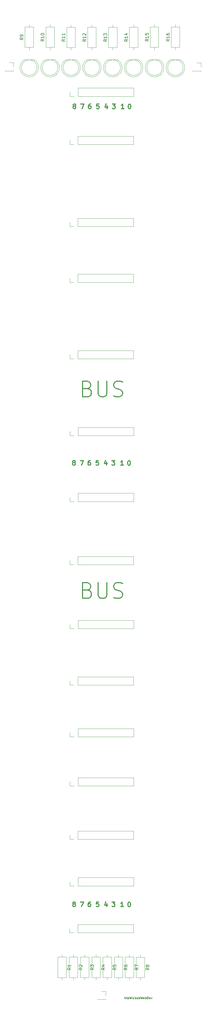
<source format=gbr>
%TF.GenerationSoftware,KiCad,Pcbnew,(5.1.9-0-10_14)*%
%TF.CreationDate,2021-04-22T00:26:26-04:00*%
%TF.ProjectId,bus-board,6275732d-626f-4617-9264-2e6b69636164,rev?*%
%TF.SameCoordinates,Original*%
%TF.FileFunction,Legend,Top*%
%TF.FilePolarity,Positive*%
%FSLAX46Y46*%
G04 Gerber Fmt 4.6, Leading zero omitted, Abs format (unit mm)*
G04 Created by KiCad (PCBNEW (5.1.9-0-10_14)) date 2021-04-22 00:26:26*
%MOMM*%
%LPD*%
G01*
G04 APERTURE LIST*
%ADD10C,0.175000*%
%ADD11C,0.300000*%
%ADD12C,0.120000*%
%ADD13C,0.150000*%
G04 APERTURE END LIST*
D10*
X128798400Y-170842800D02*
X129065066Y-170842800D01*
X128898400Y-170609466D02*
X128898400Y-171209466D01*
X128931733Y-171276133D01*
X128998400Y-171309466D01*
X129065066Y-171309466D01*
X129298400Y-171309466D02*
X129298400Y-170609466D01*
X129598400Y-171309466D02*
X129598400Y-170942800D01*
X129565066Y-170876133D01*
X129498400Y-170842800D01*
X129398400Y-170842800D01*
X129331733Y-170876133D01*
X129298400Y-170909466D01*
X130198400Y-171276133D02*
X130131733Y-171309466D01*
X129998400Y-171309466D01*
X129931733Y-171276133D01*
X129898400Y-171209466D01*
X129898400Y-170942800D01*
X129931733Y-170876133D01*
X129998400Y-170842800D01*
X130131733Y-170842800D01*
X130198400Y-170876133D01*
X130231733Y-170942800D01*
X130231733Y-171009466D01*
X129898400Y-171076133D01*
X130465066Y-170609466D02*
X130631733Y-171309466D01*
X130765066Y-170809466D01*
X130898400Y-171309466D01*
X131065066Y-170609466D01*
X131331733Y-171309466D02*
X131331733Y-170842800D01*
X131331733Y-170609466D02*
X131298400Y-170642800D01*
X131331733Y-170676133D01*
X131365066Y-170642800D01*
X131331733Y-170609466D01*
X131331733Y-170676133D01*
X131965066Y-171276133D02*
X131898400Y-171309466D01*
X131765066Y-171309466D01*
X131698400Y-171276133D01*
X131665066Y-171242800D01*
X131631733Y-171176133D01*
X131631733Y-170976133D01*
X131665066Y-170909466D01*
X131698400Y-170876133D01*
X131765066Y-170842800D01*
X131898400Y-170842800D01*
X131965066Y-170876133D01*
X132265066Y-171309466D02*
X132265066Y-170609466D01*
X132331733Y-171042800D02*
X132531733Y-171309466D01*
X132531733Y-170842800D02*
X132265066Y-171109466D01*
X133098400Y-171276133D02*
X133031733Y-171309466D01*
X132898400Y-171309466D01*
X132831733Y-171276133D01*
X132798400Y-171209466D01*
X132798400Y-170942800D01*
X132831733Y-170876133D01*
X132898400Y-170842800D01*
X133031733Y-170842800D01*
X133098400Y-170876133D01*
X133131733Y-170942800D01*
X133131733Y-171009466D01*
X132798400Y-171076133D01*
X133731733Y-171309466D02*
X133731733Y-170609466D01*
X133731733Y-171276133D02*
X133665066Y-171309466D01*
X133531733Y-171309466D01*
X133465066Y-171276133D01*
X133431733Y-171242800D01*
X133398400Y-171176133D01*
X133398400Y-170976133D01*
X133431733Y-170909466D01*
X133465066Y-170876133D01*
X133531733Y-170842800D01*
X133665066Y-170842800D01*
X133731733Y-170876133D01*
X133998400Y-170609466D02*
X134165066Y-171309466D01*
X134298400Y-170809466D01*
X134431733Y-171309466D01*
X134598400Y-170609466D01*
X135131733Y-171276133D02*
X135065066Y-171309466D01*
X134931733Y-171309466D01*
X134865066Y-171276133D01*
X134831733Y-171209466D01*
X134831733Y-170942800D01*
X134865066Y-170876133D01*
X134931733Y-170842800D01*
X135065066Y-170842800D01*
X135131733Y-170876133D01*
X135165066Y-170942800D01*
X135165066Y-171009466D01*
X134831733Y-171076133D01*
X135465066Y-171309466D02*
X135465066Y-170609466D01*
X135465066Y-170876133D02*
X135531733Y-170842800D01*
X135665066Y-170842800D01*
X135731733Y-170876133D01*
X135765066Y-170909466D01*
X135798400Y-170976133D01*
X135798400Y-171176133D01*
X135765066Y-171242800D01*
X135731733Y-171276133D01*
X135665066Y-171309466D01*
X135531733Y-171309466D01*
X135465066Y-171276133D01*
X136098400Y-171309466D02*
X136098400Y-170609466D01*
X136265066Y-170609466D01*
X136365066Y-170642800D01*
X136431733Y-170709466D01*
X136465066Y-170776133D01*
X136498400Y-170909466D01*
X136498400Y-171009466D01*
X136465066Y-171142800D01*
X136431733Y-171209466D01*
X136365066Y-171276133D01*
X136265066Y-171309466D01*
X136098400Y-171309466D01*
X137065066Y-171276133D02*
X136998400Y-171309466D01*
X136865066Y-171309466D01*
X136798400Y-171276133D01*
X136765066Y-171209466D01*
X136765066Y-170942800D01*
X136798400Y-170876133D01*
X136865066Y-170842800D01*
X136998400Y-170842800D01*
X137065066Y-170876133D01*
X137098400Y-170942800D01*
X137098400Y-171009466D01*
X136765066Y-171076133D01*
X137331733Y-170842800D02*
X137498400Y-171309466D01*
X137665066Y-170842800D01*
D11*
X124722000Y1380228D02*
X125650571Y1380228D01*
X125150571Y808800D01*
X125364857Y808800D01*
X125507714Y737371D01*
X125579142Y665942D01*
X125650571Y523085D01*
X125650571Y165942D01*
X125579142Y23085D01*
X125507714Y-48342D01*
X125364857Y-119771D01*
X124936285Y-119771D01*
X124793428Y-48342D01*
X124722000Y23085D01*
X120448342Y1380228D02*
X119734057Y1380228D01*
X119662628Y665942D01*
X119734057Y737371D01*
X119876914Y808800D01*
X120234057Y808800D01*
X120376914Y737371D01*
X120448342Y665942D01*
X120519771Y523085D01*
X120519771Y165942D01*
X120448342Y23085D01*
X120376914Y-48342D01*
X120234057Y-119771D01*
X119876914Y-119771D01*
X119734057Y-48342D01*
X119662628Y23085D01*
X130179771Y1329428D02*
X130322628Y1329428D01*
X130465485Y1258000D01*
X130536914Y1186571D01*
X130608342Y1043714D01*
X130679771Y758000D01*
X130679771Y400857D01*
X130608342Y115142D01*
X130536914Y-27714D01*
X130465485Y-99142D01*
X130322628Y-170571D01*
X130179771Y-170571D01*
X130036914Y-99142D01*
X129965485Y-27714D01*
X129894057Y115142D01*
X129822628Y400857D01*
X129822628Y758000D01*
X129894057Y1043714D01*
X129965485Y1186571D01*
X130036914Y1258000D01*
X130179771Y1329428D01*
X112429942Y737371D02*
X112287085Y808800D01*
X112215657Y880228D01*
X112144228Y1023085D01*
X112144228Y1094514D01*
X112215657Y1237371D01*
X112287085Y1308800D01*
X112429942Y1380228D01*
X112715657Y1380228D01*
X112858514Y1308800D01*
X112929942Y1237371D01*
X113001371Y1094514D01*
X113001371Y1023085D01*
X112929942Y880228D01*
X112858514Y808800D01*
X112715657Y737371D01*
X112429942Y737371D01*
X112287085Y665942D01*
X112215657Y594514D01*
X112144228Y451657D01*
X112144228Y165942D01*
X112215657Y23085D01*
X112287085Y-48342D01*
X112429942Y-119771D01*
X112715657Y-119771D01*
X112858514Y-48342D01*
X112929942Y23085D01*
X113001371Y165942D01*
X113001371Y451657D01*
X112929942Y594514D01*
X112858514Y665942D01*
X112715657Y737371D01*
X114612800Y1380228D02*
X115612800Y1380228D01*
X114969942Y-119771D01*
X117786114Y1380228D02*
X117500400Y1380228D01*
X117357542Y1308800D01*
X117286114Y1237371D01*
X117143257Y1023085D01*
X117071828Y737371D01*
X117071828Y165942D01*
X117143257Y23085D01*
X117214685Y-48342D01*
X117357542Y-119771D01*
X117643257Y-119771D01*
X117786114Y-48342D01*
X117857542Y23085D01*
X117928971Y165942D01*
X117928971Y523085D01*
X117857542Y665942D01*
X117786114Y737371D01*
X117643257Y808800D01*
X117357542Y808800D01*
X117214685Y737371D01*
X117143257Y665942D01*
X117071828Y523085D01*
X123069314Y880228D02*
X123069314Y-119771D01*
X122712171Y1451657D02*
X122355028Y380228D01*
X123283600Y380228D01*
X128444571Y-119771D02*
X127587428Y-119771D01*
X128016000Y-119771D02*
X128016000Y1380228D01*
X127873142Y1165942D01*
X127730285Y1023085D01*
X127587428Y951657D01*
X117938514Y115731028D02*
X117652800Y115731028D01*
X117509942Y115659600D01*
X117438514Y115588171D01*
X117295657Y115373885D01*
X117224228Y115088171D01*
X117224228Y114516742D01*
X117295657Y114373885D01*
X117367085Y114302457D01*
X117509942Y114231028D01*
X117795657Y114231028D01*
X117938514Y114302457D01*
X118009942Y114373885D01*
X118081371Y114516742D01*
X118081371Y114873885D01*
X118009942Y115016742D01*
X117938514Y115088171D01*
X117795657Y115159600D01*
X117509942Y115159600D01*
X117367085Y115088171D01*
X117295657Y115016742D01*
X117224228Y114873885D01*
X123221714Y115231028D02*
X123221714Y114231028D01*
X122864571Y115802457D02*
X122507428Y114731028D01*
X123436000Y114731028D01*
X128596971Y114231028D02*
X127739828Y114231028D01*
X128168400Y114231028D02*
X128168400Y115731028D01*
X128025542Y115516742D01*
X127882685Y115373885D01*
X127739828Y115302457D01*
X114765200Y115731028D02*
X115765200Y115731028D01*
X115122342Y114231028D01*
X112582342Y115088171D02*
X112439485Y115159600D01*
X112368057Y115231028D01*
X112296628Y115373885D01*
X112296628Y115445314D01*
X112368057Y115588171D01*
X112439485Y115659600D01*
X112582342Y115731028D01*
X112868057Y115731028D01*
X113010914Y115659600D01*
X113082342Y115588171D01*
X113153771Y115445314D01*
X113153771Y115373885D01*
X113082342Y115231028D01*
X113010914Y115159600D01*
X112868057Y115088171D01*
X112582342Y115088171D01*
X112439485Y115016742D01*
X112368057Y114945314D01*
X112296628Y114802457D01*
X112296628Y114516742D01*
X112368057Y114373885D01*
X112439485Y114302457D01*
X112582342Y114231028D01*
X112868057Y114231028D01*
X113010914Y114302457D01*
X113082342Y114373885D01*
X113153771Y114516742D01*
X113153771Y114802457D01*
X113082342Y114945314D01*
X113010914Y115016742D01*
X112868057Y115088171D01*
X124874400Y115731028D02*
X125802971Y115731028D01*
X125302971Y115159600D01*
X125517257Y115159600D01*
X125660114Y115088171D01*
X125731542Y115016742D01*
X125802971Y114873885D01*
X125802971Y114516742D01*
X125731542Y114373885D01*
X125660114Y114302457D01*
X125517257Y114231028D01*
X125088685Y114231028D01*
X124945828Y114302457D01*
X124874400Y114373885D01*
X130332171Y115680228D02*
X130475028Y115680228D01*
X130617885Y115608800D01*
X130689314Y115537371D01*
X130760742Y115394514D01*
X130832171Y115108800D01*
X130832171Y114751657D01*
X130760742Y114465942D01*
X130689314Y114323085D01*
X130617885Y114251657D01*
X130475028Y114180228D01*
X130332171Y114180228D01*
X130189314Y114251657D01*
X130117885Y114323085D01*
X130046457Y114465942D01*
X129975028Y114751657D01*
X129975028Y115108800D01*
X130046457Y115394514D01*
X130117885Y115537371D01*
X130189314Y115608800D01*
X130332171Y115680228D01*
X120600742Y115731028D02*
X119886457Y115731028D01*
X119815028Y115016742D01*
X119886457Y115088171D01*
X120029314Y115159600D01*
X120386457Y115159600D01*
X120529314Y115088171D01*
X120600742Y115016742D01*
X120672171Y114873885D01*
X120672171Y114516742D01*
X120600742Y114373885D01*
X120529314Y114302457D01*
X120386457Y114231028D01*
X120029314Y114231028D01*
X119886457Y114302457D01*
X119815028Y114373885D01*
X112480742Y-140842228D02*
X112337885Y-140770800D01*
X112266457Y-140699371D01*
X112195028Y-140556514D01*
X112195028Y-140485085D01*
X112266457Y-140342228D01*
X112337885Y-140270800D01*
X112480742Y-140199371D01*
X112766457Y-140199371D01*
X112909314Y-140270800D01*
X112980742Y-140342228D01*
X113052171Y-140485085D01*
X113052171Y-140556514D01*
X112980742Y-140699371D01*
X112909314Y-140770800D01*
X112766457Y-140842228D01*
X112480742Y-140842228D01*
X112337885Y-140913657D01*
X112266457Y-140985085D01*
X112195028Y-141127942D01*
X112195028Y-141413657D01*
X112266457Y-141556514D01*
X112337885Y-141627942D01*
X112480742Y-141699371D01*
X112766457Y-141699371D01*
X112909314Y-141627942D01*
X112980742Y-141556514D01*
X113052171Y-141413657D01*
X113052171Y-141127942D01*
X112980742Y-140985085D01*
X112909314Y-140913657D01*
X112766457Y-140842228D01*
X114663600Y-140199371D02*
X115663600Y-140199371D01*
X115020742Y-141699371D01*
X117836914Y-140199371D02*
X117551200Y-140199371D01*
X117408342Y-140270800D01*
X117336914Y-140342228D01*
X117194057Y-140556514D01*
X117122628Y-140842228D01*
X117122628Y-141413657D01*
X117194057Y-141556514D01*
X117265485Y-141627942D01*
X117408342Y-141699371D01*
X117694057Y-141699371D01*
X117836914Y-141627942D01*
X117908342Y-141556514D01*
X117979771Y-141413657D01*
X117979771Y-141056514D01*
X117908342Y-140913657D01*
X117836914Y-140842228D01*
X117694057Y-140770800D01*
X117408342Y-140770800D01*
X117265485Y-140842228D01*
X117194057Y-140913657D01*
X117122628Y-141056514D01*
X120499142Y-140199371D02*
X119784857Y-140199371D01*
X119713428Y-140913657D01*
X119784857Y-140842228D01*
X119927714Y-140770800D01*
X120284857Y-140770800D01*
X120427714Y-140842228D01*
X120499142Y-140913657D01*
X120570571Y-141056514D01*
X120570571Y-141413657D01*
X120499142Y-141556514D01*
X120427714Y-141627942D01*
X120284857Y-141699371D01*
X119927714Y-141699371D01*
X119784857Y-141627942D01*
X119713428Y-141556514D01*
X123120114Y-140699371D02*
X123120114Y-141699371D01*
X122762971Y-140127942D02*
X122405828Y-141199371D01*
X123334400Y-141199371D01*
X124772800Y-140199371D02*
X125701371Y-140199371D01*
X125201371Y-140770800D01*
X125415657Y-140770800D01*
X125558514Y-140842228D01*
X125629942Y-140913657D01*
X125701371Y-141056514D01*
X125701371Y-141413657D01*
X125629942Y-141556514D01*
X125558514Y-141627942D01*
X125415657Y-141699371D01*
X124987085Y-141699371D01*
X124844228Y-141627942D01*
X124772800Y-141556514D01*
X128495371Y-141699371D02*
X127638228Y-141699371D01*
X128066800Y-141699371D02*
X128066800Y-140199371D01*
X127923942Y-140413657D01*
X127781085Y-140556514D01*
X127638228Y-140627942D01*
X130230571Y-140250171D02*
X130373428Y-140250171D01*
X130516285Y-140321600D01*
X130587714Y-140393028D01*
X130659142Y-140535885D01*
X130730571Y-140821600D01*
X130730571Y-141178742D01*
X130659142Y-141464457D01*
X130587714Y-141607314D01*
X130516285Y-141678742D01*
X130373428Y-141750171D01*
X130230571Y-141750171D01*
X130087714Y-141678742D01*
X130016285Y-141607314D01*
X129944857Y-141464457D01*
X129873428Y-141178742D01*
X129873428Y-140821600D01*
X129944857Y-140535885D01*
X130016285Y-140393028D01*
X130087714Y-140321600D01*
X130230571Y-140250171D01*
X116972342Y-40181257D02*
X117686628Y-40419352D01*
X117924723Y-40657447D01*
X118162819Y-41133638D01*
X118162819Y-41847923D01*
X117924723Y-42324114D01*
X117686628Y-42562209D01*
X117210438Y-42800304D01*
X115305676Y-42800304D01*
X115305676Y-37800304D01*
X116972342Y-37800304D01*
X117448533Y-38038400D01*
X117686628Y-38276495D01*
X117924723Y-38752685D01*
X117924723Y-39228876D01*
X117686628Y-39705066D01*
X117448533Y-39943161D01*
X116972342Y-40181257D01*
X115305676Y-40181257D01*
X120305676Y-37800304D02*
X120305676Y-41847923D01*
X120543771Y-42324114D01*
X120781866Y-42562209D01*
X121258057Y-42800304D01*
X122210438Y-42800304D01*
X122686628Y-42562209D01*
X122924723Y-42324114D01*
X123162819Y-41847923D01*
X123162819Y-37800304D01*
X125305676Y-42562209D02*
X126019961Y-42800304D01*
X127210438Y-42800304D01*
X127686628Y-42562209D01*
X127924723Y-42324114D01*
X128162819Y-41847923D01*
X128162819Y-41371733D01*
X127924723Y-40895542D01*
X127686628Y-40657447D01*
X127210438Y-40419352D01*
X126258057Y-40181257D01*
X125781866Y-39943161D01*
X125543771Y-39705066D01*
X125305676Y-39228876D01*
X125305676Y-38752685D01*
X125543771Y-38276495D01*
X125781866Y-38038400D01*
X126258057Y-37800304D01*
X127448533Y-37800304D01*
X128162819Y-38038400D01*
X116972342Y24436342D02*
X117686628Y24198247D01*
X117924723Y23960152D01*
X118162819Y23483961D01*
X118162819Y22769676D01*
X117924723Y22293485D01*
X117686628Y22055390D01*
X117210438Y21817295D01*
X115305676Y21817295D01*
X115305676Y26817295D01*
X116972342Y26817295D01*
X117448533Y26579200D01*
X117686628Y26341104D01*
X117924723Y25864914D01*
X117924723Y25388723D01*
X117686628Y24912533D01*
X117448533Y24674438D01*
X116972342Y24436342D01*
X115305676Y24436342D01*
X120305676Y26817295D02*
X120305676Y22769676D01*
X120543771Y22293485D01*
X120781866Y22055390D01*
X121258057Y21817295D01*
X122210438Y21817295D01*
X122686628Y22055390D01*
X122924723Y22293485D01*
X123162819Y22769676D01*
X123162819Y26817295D01*
X125305676Y22055390D02*
X126019961Y21817295D01*
X127210438Y21817295D01*
X127686628Y22055390D01*
X127924723Y22293485D01*
X128162819Y22769676D01*
X128162819Y23245866D01*
X127924723Y23722057D01*
X127686628Y23960152D01*
X127210438Y24198247D01*
X126258057Y24436342D01*
X125781866Y24674438D01*
X125543771Y24912533D01*
X125305676Y25388723D01*
X125305676Y25864914D01*
X125543771Y26341104D01*
X125781866Y26579200D01*
X126258057Y26817295D01*
X127448533Y26817295D01*
X128162819Y26579200D01*
D12*
%TO.C,J18*%
X90465600Y126330400D02*
X93125600Y126330400D01*
X90465600Y126450400D02*
X90465600Y126330400D01*
X93125600Y126450400D02*
X93125600Y126330400D01*
X93125600Y128990400D02*
X93125600Y127660400D01*
X91795600Y128990400D02*
X93125600Y128990400D01*
%TO.C,J17*%
X150663600Y126279600D02*
X153323600Y126279600D01*
X150663600Y126399600D02*
X150663600Y126279600D01*
X153323600Y126399600D02*
X153323600Y126279600D01*
X153323600Y128939600D02*
X153323600Y127609600D01*
X151993600Y128939600D02*
X153323600Y128939600D01*
%TO.C,J16*%
X131682800Y102759200D02*
X131682800Y105419200D01*
X113842800Y102759200D02*
X131682800Y102759200D01*
X113842800Y105419200D02*
X131682800Y105419200D01*
X113842800Y102759200D02*
X113842800Y105419200D01*
X112572800Y102759200D02*
X111242800Y102759200D01*
X111242800Y102759200D02*
X111242800Y104089200D01*
%TO.C,J15*%
X131682800Y76444800D02*
X131682800Y79104800D01*
X113842800Y76444800D02*
X131682800Y76444800D01*
X113842800Y79104800D02*
X131682800Y79104800D01*
X113842800Y76444800D02*
X113842800Y79104800D01*
X112572800Y76444800D02*
X111242800Y76444800D01*
X111242800Y76444800D02*
X111242800Y77774800D01*
%TO.C,J14*%
X131682800Y58512400D02*
X131682800Y61172400D01*
X113842800Y58512400D02*
X131682800Y58512400D01*
X113842800Y61172400D02*
X131682800Y61172400D01*
X113842800Y58512400D02*
X113842800Y61172400D01*
X112572800Y58512400D02*
X111242800Y58512400D01*
X111242800Y58512400D02*
X111242800Y59842400D01*
%TO.C,J13*%
X131682800Y34026800D02*
X131682800Y36686800D01*
X113842800Y34026800D02*
X131682800Y34026800D01*
X113842800Y36686800D02*
X131682800Y36686800D01*
X113842800Y34026800D02*
X113842800Y36686800D01*
X112572800Y34026800D02*
X111242800Y34026800D01*
X111242800Y34026800D02*
X111242800Y35356800D01*
%TO.C,R16*%
X143765600Y133890000D02*
X146505600Y133890000D01*
X146505600Y133890000D02*
X146505600Y140430000D01*
X146505600Y140430000D02*
X143765600Y140430000D01*
X143765600Y140430000D02*
X143765600Y133890000D01*
X145135600Y133120000D02*
X145135600Y133890000D01*
X145135600Y141200000D02*
X145135600Y140430000D01*
%TO.C,R15*%
X137009200Y133890000D02*
X139749200Y133890000D01*
X139749200Y133890000D02*
X139749200Y140430000D01*
X139749200Y140430000D02*
X137009200Y140430000D01*
X137009200Y140430000D02*
X137009200Y133890000D01*
X138379200Y133120000D02*
X138379200Y133890000D01*
X138379200Y141200000D02*
X138379200Y140430000D01*
%TO.C,R14*%
X130354400Y133839200D02*
X133094400Y133839200D01*
X133094400Y133839200D02*
X133094400Y140379200D01*
X133094400Y140379200D02*
X130354400Y140379200D01*
X130354400Y140379200D02*
X130354400Y133839200D01*
X131724400Y133069200D02*
X131724400Y133839200D01*
X131724400Y141149200D02*
X131724400Y140379200D01*
%TO.C,R13*%
X123648800Y133839200D02*
X126388800Y133839200D01*
X126388800Y133839200D02*
X126388800Y140379200D01*
X126388800Y140379200D02*
X123648800Y140379200D01*
X123648800Y140379200D02*
X123648800Y133839200D01*
X125018800Y133069200D02*
X125018800Y133839200D01*
X125018800Y141149200D02*
X125018800Y140379200D01*
%TO.C,R12*%
X116943200Y133839200D02*
X119683200Y133839200D01*
X119683200Y133839200D02*
X119683200Y140379200D01*
X119683200Y140379200D02*
X116943200Y140379200D01*
X116943200Y140379200D02*
X116943200Y133839200D01*
X118313200Y133069200D02*
X118313200Y133839200D01*
X118313200Y141149200D02*
X118313200Y140379200D01*
%TO.C,R11*%
X110237600Y133839200D02*
X112977600Y133839200D01*
X112977600Y133839200D02*
X112977600Y140379200D01*
X112977600Y140379200D02*
X110237600Y140379200D01*
X110237600Y140379200D02*
X110237600Y133839200D01*
X111607600Y133069200D02*
X111607600Y133839200D01*
X111607600Y141149200D02*
X111607600Y140379200D01*
%TO.C,R10*%
X103532000Y133890000D02*
X106272000Y133890000D01*
X106272000Y133890000D02*
X106272000Y140430000D01*
X106272000Y140430000D02*
X103532000Y140430000D01*
X103532000Y140430000D02*
X103532000Y133890000D01*
X104902000Y133120000D02*
X104902000Y133890000D01*
X104902000Y141200000D02*
X104902000Y140430000D01*
%TO.C,R9*%
X96826400Y133890000D02*
X99566400Y133890000D01*
X99566400Y133890000D02*
X99566400Y140430000D01*
X99566400Y140430000D02*
X96826400Y140430000D01*
X96826400Y140430000D02*
X96826400Y133890000D01*
X98196400Y133120000D02*
X98196400Y133890000D01*
X98196400Y141200000D02*
X98196400Y140430000D01*
%TO.C,D8*%
X145136062Y124416400D02*
G75*
G02*
X143590770Y129966400I-462J2990000D01*
G01*
X145135138Y124416400D02*
G75*
G03*
X146680430Y129966400I462J2990000D01*
G01*
X147635600Y127406400D02*
G75*
G03*
X147635600Y127406400I-2500000J0D01*
G01*
X146680600Y129966400D02*
X143590600Y129966400D01*
%TO.C,D7*%
X138430462Y124416400D02*
G75*
G02*
X136885170Y129966400I-462J2990000D01*
G01*
X138429538Y124416400D02*
G75*
G03*
X139974830Y129966400I462J2990000D01*
G01*
X140930000Y127406400D02*
G75*
G03*
X140930000Y127406400I-2500000J0D01*
G01*
X139975000Y129966400D02*
X136885000Y129966400D01*
%TO.C,D6*%
X131724862Y124416400D02*
G75*
G02*
X130179570Y129966400I-462J2990000D01*
G01*
X131723938Y124416400D02*
G75*
G03*
X133269230Y129966400I462J2990000D01*
G01*
X134224400Y127406400D02*
G75*
G03*
X134224400Y127406400I-2500000J0D01*
G01*
X133269400Y129966400D02*
X130179400Y129966400D01*
%TO.C,D5*%
X125019262Y124416400D02*
G75*
G02*
X123473970Y129966400I-462J2990000D01*
G01*
X125018338Y124416400D02*
G75*
G03*
X126563630Y129966400I462J2990000D01*
G01*
X127518800Y127406400D02*
G75*
G03*
X127518800Y127406400I-2500000J0D01*
G01*
X126563800Y129966400D02*
X123473800Y129966400D01*
%TO.C,D4*%
X118313662Y124416400D02*
G75*
G02*
X116768370Y129966400I-462J2990000D01*
G01*
X118312738Y124416400D02*
G75*
G03*
X119858030Y129966400I462J2990000D01*
G01*
X120813200Y127406400D02*
G75*
G03*
X120813200Y127406400I-2500000J0D01*
G01*
X119858200Y129966400D02*
X116768200Y129966400D01*
%TO.C,D3*%
X111608062Y124416400D02*
G75*
G02*
X110062770Y129966400I-462J2990000D01*
G01*
X111607138Y124416400D02*
G75*
G03*
X113152430Y129966400I462J2990000D01*
G01*
X114107600Y127406400D02*
G75*
G03*
X114107600Y127406400I-2500000J0D01*
G01*
X113152600Y129966400D02*
X110062600Y129966400D01*
%TO.C,D2*%
X104902462Y124416400D02*
G75*
G02*
X103357170Y129966400I-462J2990000D01*
G01*
X104901538Y124416400D02*
G75*
G03*
X106446830Y129966400I462J2990000D01*
G01*
X107402000Y127406400D02*
G75*
G03*
X107402000Y127406400I-2500000J0D01*
G01*
X106447000Y129966400D02*
X103357000Y129966400D01*
%TO.C,D1*%
X98196862Y124416400D02*
G75*
G02*
X96651570Y129966400I-462J2990000D01*
G01*
X98195938Y124416400D02*
G75*
G03*
X99741230Y129966400I462J2990000D01*
G01*
X100696400Y127406400D02*
G75*
G03*
X100696400Y127406400I-2500000J0D01*
G01*
X99741400Y129966400D02*
X96651400Y129966400D01*
%TO.C,J12*%
X131733600Y9388800D02*
X131733600Y12048800D01*
X113893600Y9388800D02*
X131733600Y9388800D01*
X113893600Y12048800D02*
X131733600Y12048800D01*
X113893600Y9388800D02*
X113893600Y12048800D01*
X112623600Y9388800D02*
X111293600Y9388800D01*
X111293600Y9388800D02*
X111293600Y10718800D01*
%TO.C,J11*%
X120132800Y-171459200D02*
X122792800Y-171459200D01*
X120132800Y-171339200D02*
X120132800Y-171459200D01*
X122792800Y-171339200D02*
X122792800Y-171459200D01*
X122792800Y-168799200D02*
X122792800Y-170129200D01*
X121462800Y-168799200D02*
X122792800Y-168799200D01*
%TO.C,R8*%
X135228000Y-157918400D02*
X132488000Y-157918400D01*
X132488000Y-157918400D02*
X132488000Y-164458400D01*
X132488000Y-164458400D02*
X135228000Y-164458400D01*
X135228000Y-164458400D02*
X135228000Y-157918400D01*
X133858000Y-157148400D02*
X133858000Y-157918400D01*
X133858000Y-165228400D02*
X133858000Y-164458400D01*
%TO.C,R7*%
X131722800Y-157867600D02*
X128982800Y-157867600D01*
X128982800Y-157867600D02*
X128982800Y-164407600D01*
X128982800Y-164407600D02*
X131722800Y-164407600D01*
X131722800Y-164407600D02*
X131722800Y-157867600D01*
X130352800Y-157097600D02*
X130352800Y-157867600D01*
X130352800Y-165177600D02*
X130352800Y-164407600D01*
%TO.C,R6*%
X128217600Y-157867600D02*
X125477600Y-157867600D01*
X125477600Y-157867600D02*
X125477600Y-164407600D01*
X125477600Y-164407600D02*
X128217600Y-164407600D01*
X128217600Y-164407600D02*
X128217600Y-157867600D01*
X126847600Y-157097600D02*
X126847600Y-157867600D01*
X126847600Y-165177600D02*
X126847600Y-164407600D01*
%TO.C,R5*%
X124610800Y-157867600D02*
X121870800Y-157867600D01*
X121870800Y-157867600D02*
X121870800Y-164407600D01*
X121870800Y-164407600D02*
X124610800Y-164407600D01*
X124610800Y-164407600D02*
X124610800Y-157867600D01*
X123240800Y-157097600D02*
X123240800Y-157867600D01*
X123240800Y-165177600D02*
X123240800Y-164407600D01*
%TO.C,R4*%
X121004000Y-157867600D02*
X118264000Y-157867600D01*
X118264000Y-157867600D02*
X118264000Y-164407600D01*
X118264000Y-164407600D02*
X121004000Y-164407600D01*
X121004000Y-164407600D02*
X121004000Y-157867600D01*
X119634000Y-157097600D02*
X119634000Y-157867600D01*
X119634000Y-165177600D02*
X119634000Y-164407600D01*
%TO.C,R3*%
X117397200Y-157867600D02*
X114657200Y-157867600D01*
X114657200Y-157867600D02*
X114657200Y-164407600D01*
X114657200Y-164407600D02*
X117397200Y-164407600D01*
X117397200Y-164407600D02*
X117397200Y-157867600D01*
X116027200Y-157097600D02*
X116027200Y-157867600D01*
X116027200Y-165177600D02*
X116027200Y-164407600D01*
%TO.C,R2*%
X113739600Y-157867600D02*
X110999600Y-157867600D01*
X110999600Y-157867600D02*
X110999600Y-164407600D01*
X110999600Y-164407600D02*
X113739600Y-164407600D01*
X113739600Y-164407600D02*
X113739600Y-157867600D01*
X112369600Y-157097600D02*
X112369600Y-157867600D01*
X112369600Y-165177600D02*
X112369600Y-164407600D01*
%TO.C,R1*%
X110082000Y-157867600D02*
X107342000Y-157867600D01*
X107342000Y-157867600D02*
X107342000Y-164407600D01*
X107342000Y-164407600D02*
X110082000Y-164407600D01*
X110082000Y-164407600D02*
X110082000Y-157867600D01*
X108712000Y-157097600D02*
X108712000Y-157867600D01*
X108712000Y-165177600D02*
X108712000Y-164407600D01*
%TO.C,J10*%
X131733600Y-135035600D02*
X131733600Y-132375600D01*
X113893600Y-135035600D02*
X131733600Y-135035600D01*
X113893600Y-132375600D02*
X131733600Y-132375600D01*
X113893600Y-135035600D02*
X113893600Y-132375600D01*
X112623600Y-135035600D02*
X111293600Y-135035600D01*
X111293600Y-135035600D02*
X111293600Y-133705600D01*
%TO.C,J9*%
X131632000Y-150072400D02*
X131632000Y-147412400D01*
X113792000Y-150072400D02*
X131632000Y-150072400D01*
X113792000Y-147412400D02*
X131632000Y-147412400D01*
X113792000Y-150072400D02*
X113792000Y-147412400D01*
X112522000Y-150072400D02*
X111192000Y-150072400D01*
X111192000Y-150072400D02*
X111192000Y-148742400D01*
%TO.C,J8*%
X131733600Y-87232800D02*
X131733600Y-84572800D01*
X113893600Y-87232800D02*
X131733600Y-87232800D01*
X113893600Y-84572800D02*
X131733600Y-84572800D01*
X113893600Y-87232800D02*
X113893600Y-84572800D01*
X112623600Y-87232800D02*
X111293600Y-87232800D01*
X111293600Y-87232800D02*
X111293600Y-85902800D01*
%TO.C,J7*%
X131733600Y-102980800D02*
X131733600Y-100320800D01*
X113893600Y-102980800D02*
X131733600Y-102980800D01*
X113893600Y-100320800D02*
X131733600Y-100320800D01*
X113893600Y-102980800D02*
X113893600Y-100320800D01*
X112623600Y-102980800D02*
X111293600Y-102980800D01*
X111293600Y-102980800D02*
X111293600Y-101650800D01*
%TO.C,J6*%
X131682800Y-70621200D02*
X131682800Y-67961200D01*
X113842800Y-70621200D02*
X131682800Y-70621200D01*
X113842800Y-67961200D02*
X131682800Y-67961200D01*
X113842800Y-70621200D02*
X113842800Y-67961200D01*
X112572800Y-70621200D02*
X111242800Y-70621200D01*
X111242800Y-70621200D02*
X111242800Y-69291200D01*
%TO.C,J5*%
X131733600Y-52536400D02*
X131733600Y-49876400D01*
X113893600Y-52536400D02*
X131733600Y-52536400D01*
X113893600Y-49876400D02*
X131733600Y-49876400D01*
X113893600Y-52536400D02*
X113893600Y-49876400D01*
X112623600Y-52536400D02*
X111293600Y-52536400D01*
X111293600Y-52536400D02*
X111293600Y-51206400D01*
%TO.C,J4*%
X131682800Y-32013200D02*
X131682800Y-29353200D01*
X113842800Y-32013200D02*
X131682800Y-32013200D01*
X113842800Y-29353200D02*
X131682800Y-29353200D01*
X113842800Y-32013200D02*
X113842800Y-29353200D01*
X112572800Y-32013200D02*
X111242800Y-32013200D01*
X111242800Y-32013200D02*
X111242800Y-30683200D01*
%TO.C,J3*%
X131733600Y-11744000D02*
X131733600Y-9084000D01*
X113893600Y-11744000D02*
X131733600Y-11744000D01*
X113893600Y-9084000D02*
X131733600Y-9084000D01*
X113893600Y-11744000D02*
X113893600Y-9084000D01*
X112623600Y-11744000D02*
X111293600Y-11744000D01*
X111293600Y-11744000D02*
X111293600Y-10414000D01*
%TO.C,J2*%
X131733600Y118202400D02*
X131733600Y120862400D01*
X113893600Y118202400D02*
X131733600Y118202400D01*
X113893600Y120862400D02*
X131733600Y120862400D01*
X113893600Y118202400D02*
X113893600Y120862400D01*
X112623600Y118202400D02*
X111293600Y118202400D01*
X111293600Y118202400D02*
X111293600Y119532400D01*
%TO.C,J1*%
X131682800Y-120100400D02*
X131682800Y-117440400D01*
X113842800Y-120100400D02*
X131682800Y-120100400D01*
X113842800Y-117440400D02*
X131682800Y-117440400D01*
X113842800Y-120100400D02*
X113842800Y-117440400D01*
X112572800Y-120100400D02*
X111242800Y-120100400D01*
X111242800Y-120100400D02*
X111242800Y-118770400D01*
%TO.C,R16*%
D13*
X143217980Y136517142D02*
X142741790Y136183809D01*
X143217980Y135945714D02*
X142217980Y135945714D01*
X142217980Y136326666D01*
X142265600Y136421904D01*
X142313219Y136469523D01*
X142408457Y136517142D01*
X142551314Y136517142D01*
X142646552Y136469523D01*
X142694171Y136421904D01*
X142741790Y136326666D01*
X142741790Y135945714D01*
X143217980Y137469523D02*
X143217980Y136898095D01*
X143217980Y137183809D02*
X142217980Y137183809D01*
X142360838Y137088571D01*
X142456076Y136993333D01*
X142503695Y136898095D01*
X142217980Y138326666D02*
X142217980Y138136190D01*
X142265600Y138040952D01*
X142313219Y137993333D01*
X142456076Y137898095D01*
X142646552Y137850476D01*
X143027504Y137850476D01*
X143122742Y137898095D01*
X143170361Y137945714D01*
X143217980Y138040952D01*
X143217980Y138231428D01*
X143170361Y138326666D01*
X143122742Y138374285D01*
X143027504Y138421904D01*
X142789409Y138421904D01*
X142694171Y138374285D01*
X142646552Y138326666D01*
X142598933Y138231428D01*
X142598933Y138040952D01*
X142646552Y137945714D01*
X142694171Y137898095D01*
X142789409Y137850476D01*
%TO.C,R15*%
X136461580Y136517142D02*
X135985390Y136183809D01*
X136461580Y135945714D02*
X135461580Y135945714D01*
X135461580Y136326666D01*
X135509200Y136421904D01*
X135556819Y136469523D01*
X135652057Y136517142D01*
X135794914Y136517142D01*
X135890152Y136469523D01*
X135937771Y136421904D01*
X135985390Y136326666D01*
X135985390Y135945714D01*
X136461580Y137469523D02*
X136461580Y136898095D01*
X136461580Y137183809D02*
X135461580Y137183809D01*
X135604438Y137088571D01*
X135699676Y136993333D01*
X135747295Y136898095D01*
X135461580Y138374285D02*
X135461580Y137898095D01*
X135937771Y137850476D01*
X135890152Y137898095D01*
X135842533Y137993333D01*
X135842533Y138231428D01*
X135890152Y138326666D01*
X135937771Y138374285D01*
X136033009Y138421904D01*
X136271104Y138421904D01*
X136366342Y138374285D01*
X136413961Y138326666D01*
X136461580Y138231428D01*
X136461580Y137993333D01*
X136413961Y137898095D01*
X136366342Y137850476D01*
%TO.C,R14*%
X129806780Y136466342D02*
X129330590Y136133009D01*
X129806780Y135894914D02*
X128806780Y135894914D01*
X128806780Y136275866D01*
X128854400Y136371104D01*
X128902019Y136418723D01*
X128997257Y136466342D01*
X129140114Y136466342D01*
X129235352Y136418723D01*
X129282971Y136371104D01*
X129330590Y136275866D01*
X129330590Y135894914D01*
X129806780Y137418723D02*
X129806780Y136847295D01*
X129806780Y137133009D02*
X128806780Y137133009D01*
X128949638Y137037771D01*
X129044876Y136942533D01*
X129092495Y136847295D01*
X129140114Y138275866D02*
X129806780Y138275866D01*
X128759161Y138037771D02*
X129473447Y137799676D01*
X129473447Y138418723D01*
%TO.C,R13*%
X123101180Y136466342D02*
X122624990Y136133009D01*
X123101180Y135894914D02*
X122101180Y135894914D01*
X122101180Y136275866D01*
X122148800Y136371104D01*
X122196419Y136418723D01*
X122291657Y136466342D01*
X122434514Y136466342D01*
X122529752Y136418723D01*
X122577371Y136371104D01*
X122624990Y136275866D01*
X122624990Y135894914D01*
X123101180Y137418723D02*
X123101180Y136847295D01*
X123101180Y137133009D02*
X122101180Y137133009D01*
X122244038Y137037771D01*
X122339276Y136942533D01*
X122386895Y136847295D01*
X122101180Y137752057D02*
X122101180Y138371104D01*
X122482133Y138037771D01*
X122482133Y138180628D01*
X122529752Y138275866D01*
X122577371Y138323485D01*
X122672609Y138371104D01*
X122910704Y138371104D01*
X123005942Y138323485D01*
X123053561Y138275866D01*
X123101180Y138180628D01*
X123101180Y137894914D01*
X123053561Y137799676D01*
X123005942Y137752057D01*
%TO.C,R12*%
X116395580Y136466342D02*
X115919390Y136133009D01*
X116395580Y135894914D02*
X115395580Y135894914D01*
X115395580Y136275866D01*
X115443200Y136371104D01*
X115490819Y136418723D01*
X115586057Y136466342D01*
X115728914Y136466342D01*
X115824152Y136418723D01*
X115871771Y136371104D01*
X115919390Y136275866D01*
X115919390Y135894914D01*
X116395580Y137418723D02*
X116395580Y136847295D01*
X116395580Y137133009D02*
X115395580Y137133009D01*
X115538438Y137037771D01*
X115633676Y136942533D01*
X115681295Y136847295D01*
X115490819Y137799676D02*
X115443200Y137847295D01*
X115395580Y137942533D01*
X115395580Y138180628D01*
X115443200Y138275866D01*
X115490819Y138323485D01*
X115586057Y138371104D01*
X115681295Y138371104D01*
X115824152Y138323485D01*
X116395580Y137752057D01*
X116395580Y138371104D01*
%TO.C,R11*%
X109689980Y136466342D02*
X109213790Y136133009D01*
X109689980Y135894914D02*
X108689980Y135894914D01*
X108689980Y136275866D01*
X108737600Y136371104D01*
X108785219Y136418723D01*
X108880457Y136466342D01*
X109023314Y136466342D01*
X109118552Y136418723D01*
X109166171Y136371104D01*
X109213790Y136275866D01*
X109213790Y135894914D01*
X109689980Y137418723D02*
X109689980Y136847295D01*
X109689980Y137133009D02*
X108689980Y137133009D01*
X108832838Y137037771D01*
X108928076Y136942533D01*
X108975695Y136847295D01*
X109689980Y138371104D02*
X109689980Y137799676D01*
X109689980Y138085390D02*
X108689980Y138085390D01*
X108832838Y137990152D01*
X108928076Y137894914D01*
X108975695Y137799676D01*
%TO.C,R10*%
X102984380Y136517142D02*
X102508190Y136183809D01*
X102984380Y135945714D02*
X101984380Y135945714D01*
X101984380Y136326666D01*
X102032000Y136421904D01*
X102079619Y136469523D01*
X102174857Y136517142D01*
X102317714Y136517142D01*
X102412952Y136469523D01*
X102460571Y136421904D01*
X102508190Y136326666D01*
X102508190Y135945714D01*
X102984380Y137469523D02*
X102984380Y136898095D01*
X102984380Y137183809D02*
X101984380Y137183809D01*
X102127238Y137088571D01*
X102222476Y136993333D01*
X102270095Y136898095D01*
X101984380Y138088571D02*
X101984380Y138183809D01*
X102032000Y138279047D01*
X102079619Y138326666D01*
X102174857Y138374285D01*
X102365333Y138421904D01*
X102603428Y138421904D01*
X102793904Y138374285D01*
X102889142Y138326666D01*
X102936761Y138279047D01*
X102984380Y138183809D01*
X102984380Y138088571D01*
X102936761Y137993333D01*
X102889142Y137945714D01*
X102793904Y137898095D01*
X102603428Y137850476D01*
X102365333Y137850476D01*
X102174857Y137898095D01*
X102079619Y137945714D01*
X102032000Y137993333D01*
X101984380Y138088571D01*
%TO.C,R9*%
X96278780Y136993333D02*
X95802590Y136660000D01*
X96278780Y136421904D02*
X95278780Y136421904D01*
X95278780Y136802857D01*
X95326400Y136898095D01*
X95374019Y136945714D01*
X95469257Y136993333D01*
X95612114Y136993333D01*
X95707352Y136945714D01*
X95754971Y136898095D01*
X95802590Y136802857D01*
X95802590Y136421904D01*
X96278780Y137469523D02*
X96278780Y137660000D01*
X96231161Y137755238D01*
X96183542Y137802857D01*
X96040685Y137898095D01*
X95850209Y137945714D01*
X95469257Y137945714D01*
X95374019Y137898095D01*
X95326400Y137850476D01*
X95278780Y137755238D01*
X95278780Y137564761D01*
X95326400Y137469523D01*
X95374019Y137421904D01*
X95469257Y137374285D01*
X95707352Y137374285D01*
X95802590Y137421904D01*
X95850209Y137469523D01*
X95897828Y137564761D01*
X95897828Y137755238D01*
X95850209Y137850476D01*
X95802590Y137898095D01*
X95707352Y137945714D01*
%TO.C,R8*%
X136680380Y-161355066D02*
X136204190Y-161688400D01*
X136680380Y-161926495D02*
X135680380Y-161926495D01*
X135680380Y-161545542D01*
X135728000Y-161450304D01*
X135775619Y-161402685D01*
X135870857Y-161355066D01*
X136013714Y-161355066D01*
X136108952Y-161402685D01*
X136156571Y-161450304D01*
X136204190Y-161545542D01*
X136204190Y-161926495D01*
X136108952Y-160783638D02*
X136061333Y-160878876D01*
X136013714Y-160926495D01*
X135918476Y-160974114D01*
X135870857Y-160974114D01*
X135775619Y-160926495D01*
X135728000Y-160878876D01*
X135680380Y-160783638D01*
X135680380Y-160593161D01*
X135728000Y-160497923D01*
X135775619Y-160450304D01*
X135870857Y-160402685D01*
X135918476Y-160402685D01*
X136013714Y-160450304D01*
X136061333Y-160497923D01*
X136108952Y-160593161D01*
X136108952Y-160783638D01*
X136156571Y-160878876D01*
X136204190Y-160926495D01*
X136299428Y-160974114D01*
X136489904Y-160974114D01*
X136585142Y-160926495D01*
X136632761Y-160878876D01*
X136680380Y-160783638D01*
X136680380Y-160593161D01*
X136632761Y-160497923D01*
X136585142Y-160450304D01*
X136489904Y-160402685D01*
X136299428Y-160402685D01*
X136204190Y-160450304D01*
X136156571Y-160497923D01*
X136108952Y-160593161D01*
%TO.C,R7*%
X133175180Y-161304266D02*
X132698990Y-161637600D01*
X133175180Y-161875695D02*
X132175180Y-161875695D01*
X132175180Y-161494742D01*
X132222800Y-161399504D01*
X132270419Y-161351885D01*
X132365657Y-161304266D01*
X132508514Y-161304266D01*
X132603752Y-161351885D01*
X132651371Y-161399504D01*
X132698990Y-161494742D01*
X132698990Y-161875695D01*
X132175180Y-160970933D02*
X132175180Y-160304266D01*
X133175180Y-160732838D01*
%TO.C,R6*%
X129669980Y-161304266D02*
X129193790Y-161637600D01*
X129669980Y-161875695D02*
X128669980Y-161875695D01*
X128669980Y-161494742D01*
X128717600Y-161399504D01*
X128765219Y-161351885D01*
X128860457Y-161304266D01*
X129003314Y-161304266D01*
X129098552Y-161351885D01*
X129146171Y-161399504D01*
X129193790Y-161494742D01*
X129193790Y-161875695D01*
X128669980Y-160447123D02*
X128669980Y-160637600D01*
X128717600Y-160732838D01*
X128765219Y-160780457D01*
X128908076Y-160875695D01*
X129098552Y-160923314D01*
X129479504Y-160923314D01*
X129574742Y-160875695D01*
X129622361Y-160828076D01*
X129669980Y-160732838D01*
X129669980Y-160542361D01*
X129622361Y-160447123D01*
X129574742Y-160399504D01*
X129479504Y-160351885D01*
X129241409Y-160351885D01*
X129146171Y-160399504D01*
X129098552Y-160447123D01*
X129050933Y-160542361D01*
X129050933Y-160732838D01*
X129098552Y-160828076D01*
X129146171Y-160875695D01*
X129241409Y-160923314D01*
%TO.C,R5*%
X126063180Y-161304266D02*
X125586990Y-161637600D01*
X126063180Y-161875695D02*
X125063180Y-161875695D01*
X125063180Y-161494742D01*
X125110800Y-161399504D01*
X125158419Y-161351885D01*
X125253657Y-161304266D01*
X125396514Y-161304266D01*
X125491752Y-161351885D01*
X125539371Y-161399504D01*
X125586990Y-161494742D01*
X125586990Y-161875695D01*
X125063180Y-160399504D02*
X125063180Y-160875695D01*
X125539371Y-160923314D01*
X125491752Y-160875695D01*
X125444133Y-160780457D01*
X125444133Y-160542361D01*
X125491752Y-160447123D01*
X125539371Y-160399504D01*
X125634609Y-160351885D01*
X125872704Y-160351885D01*
X125967942Y-160399504D01*
X126015561Y-160447123D01*
X126063180Y-160542361D01*
X126063180Y-160780457D01*
X126015561Y-160875695D01*
X125967942Y-160923314D01*
%TO.C,R4*%
X122456380Y-161304266D02*
X121980190Y-161637600D01*
X122456380Y-161875695D02*
X121456380Y-161875695D01*
X121456380Y-161494742D01*
X121504000Y-161399504D01*
X121551619Y-161351885D01*
X121646857Y-161304266D01*
X121789714Y-161304266D01*
X121884952Y-161351885D01*
X121932571Y-161399504D01*
X121980190Y-161494742D01*
X121980190Y-161875695D01*
X121789714Y-160447123D02*
X122456380Y-160447123D01*
X121408761Y-160685219D02*
X122123047Y-160923314D01*
X122123047Y-160304266D01*
%TO.C,R3*%
X118849580Y-161304266D02*
X118373390Y-161637600D01*
X118849580Y-161875695D02*
X117849580Y-161875695D01*
X117849580Y-161494742D01*
X117897200Y-161399504D01*
X117944819Y-161351885D01*
X118040057Y-161304266D01*
X118182914Y-161304266D01*
X118278152Y-161351885D01*
X118325771Y-161399504D01*
X118373390Y-161494742D01*
X118373390Y-161875695D01*
X117849580Y-160970933D02*
X117849580Y-160351885D01*
X118230533Y-160685219D01*
X118230533Y-160542361D01*
X118278152Y-160447123D01*
X118325771Y-160399504D01*
X118421009Y-160351885D01*
X118659104Y-160351885D01*
X118754342Y-160399504D01*
X118801961Y-160447123D01*
X118849580Y-160542361D01*
X118849580Y-160828076D01*
X118801961Y-160923314D01*
X118754342Y-160970933D01*
%TO.C,R2*%
X115191980Y-161304266D02*
X114715790Y-161637600D01*
X115191980Y-161875695D02*
X114191980Y-161875695D01*
X114191980Y-161494742D01*
X114239600Y-161399504D01*
X114287219Y-161351885D01*
X114382457Y-161304266D01*
X114525314Y-161304266D01*
X114620552Y-161351885D01*
X114668171Y-161399504D01*
X114715790Y-161494742D01*
X114715790Y-161875695D01*
X114287219Y-160923314D02*
X114239600Y-160875695D01*
X114191980Y-160780457D01*
X114191980Y-160542361D01*
X114239600Y-160447123D01*
X114287219Y-160399504D01*
X114382457Y-160351885D01*
X114477695Y-160351885D01*
X114620552Y-160399504D01*
X115191980Y-160970933D01*
X115191980Y-160351885D01*
%TO.C,R1*%
X111534380Y-161304266D02*
X111058190Y-161637600D01*
X111534380Y-161875695D02*
X110534380Y-161875695D01*
X110534380Y-161494742D01*
X110582000Y-161399504D01*
X110629619Y-161351885D01*
X110724857Y-161304266D01*
X110867714Y-161304266D01*
X110962952Y-161351885D01*
X111010571Y-161399504D01*
X111058190Y-161494742D01*
X111058190Y-161875695D01*
X111534380Y-160351885D02*
X111534380Y-160923314D01*
X111534380Y-160637600D02*
X110534380Y-160637600D01*
X110677238Y-160732838D01*
X110772476Y-160828076D01*
X110820095Y-160923314D01*
%TD*%
M02*

</source>
